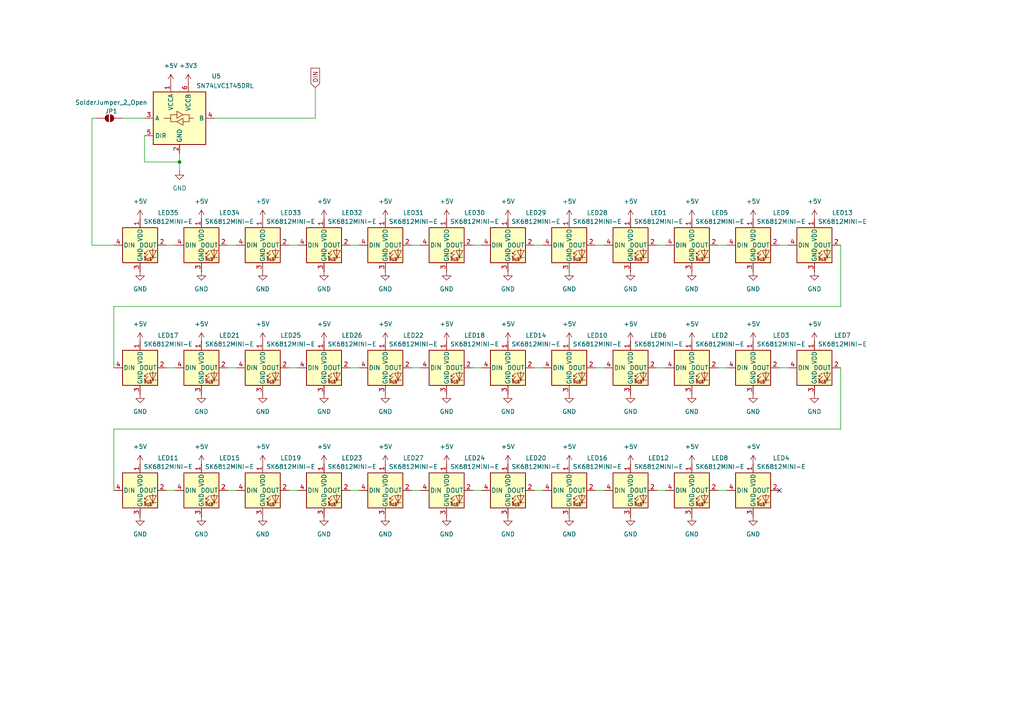
<source format=kicad_sch>
(kicad_sch (version 20231120) (generator "eeschema") (generator_version "8.0")
  (paper "A4")
  (lib_symbols
    (symbol "Jumper:SolderJumper_2_Open" (pin_numbers hide) (pin_names (offset 0) hide) (exclude_from_sim yes) (in_bom no)
      (property "Reference" "JP" (at 0 2.032 0))
      (property "Value" "SolderJumper_2_Open" (at 0 -2.54 0))
      (symbol "SolderJumper_2_Open_0_1"
        (arc (start -0.254 1.016) (mid -1.2656 0) (end -0.254 -1.016))
        (arc (start -0.254 1.016) (mid -1.2656 0) (end -0.254 -1.016) (fill (type outline)))
        (polyline (pts (xy -0.254 1.016) (xy -0.254 -1.016)))
        (polyline (pts (xy 0.254 1.016) (xy 0.254 -1.016)))
        (arc (start 0.254 -1.016) (mid 1.2656 0) (end 0.254 1.016))
        (arc (start 0.254 -1.016) (mid 1.2656 0) (end 0.254 1.016) (fill (type outline)))
      )
      (symbol "SolderJumper_2_Open_1_1"
        (pin passive line (at -3.81 0 0) (length 2.54) (name "A") (number "1"))
        (pin passive line (at 3.81 0 180) (length 2.54) (name "B") (number "2"))
      )
    )
    (symbol "Logic_LevelTranslator:SN74LVC1T45DRL"
      (property "Reference" "U" (at -6.35 8.89 0))
      (property "Value" "SN74LVC1T45DRL" (at 3.81 8.89 0))
      (symbol "SN74LVC1T45DRL_0_1"
        (rectangle (start -7.62 7.62) (end 7.62 -7.62) (stroke (width 0.254)) (fill (type background)))
        (polyline (pts (xy -2.54 0) (xy -2.54 1.016) (xy -0.762 1.016)))
        (polyline (pts (xy 2.794 0) (xy 2.794 -1.016) (xy 1.016 -1.016)))
        (polyline (pts (xy -0.762 -1.016) (xy -2.54 -1.016) (xy -2.54 0) (xy -4.572 0)))
        (polyline (pts (xy -0.762 0) (xy -0.762 2.032) (xy 1.016 1.016) (xy -0.762 0)))
        (polyline (pts (xy 1.016 1.016) (xy 2.794 1.016) (xy 2.794 0) (xy 4.064 0)))
        (polyline (pts (xy 1.016 0) (xy 1.016 -1.778) (xy 1.016 -2.032) (xy -0.762 -1.016) (xy 1.016 0)))
      )
      (symbol "SN74LVC1T45DRL_1_1"
        (pin power_in line (at -2.54 10.16 270) (length 2.54) (name "VCCA") (number "1"))
        (pin power_in line (at 0 -10.16 90) (length 2.54) (name "GND") (number "2"))
        (pin bidirectional line (at -10.16 0 0) (length 2.54) (name "A") (number "3"))
        (pin bidirectional line (at 10.16 0 180) (length 2.54) (name "B") (number "4"))
        (pin input line (at -10.16 -5.08 0) (length 2.54) (name "DIR") (number "5"))
        (pin power_in line (at 2.54 10.16 270) (length 2.54) (name "VCCB") (number "6"))
      )
    )
    (symbol "mzm_kicad:SK6812MINI-E" (pin_names (offset 0.254))
      (property "Reference" "D" (at 5.08 5.715 0))
      (property "Value" "SK6812MINI-E" (at 1.27 -5.715 0))
      (symbol "SK6812MINI-E_0_0"
        (text "RGB" (at 2.286 -4.191 0) (effects (font (size 0.762 0.762))))
      )
      (symbol "SK6812MINI-E_0_1"
        (rectangle (start -5.08 5.08) (end 5.08 -5.08) (stroke (width 0.254)) (fill (type background)))
        (polyline (pts (xy 1.27 -3.556) (xy 1.778 -3.556)))
        (polyline (pts (xy 1.27 -2.54) (xy 1.778 -2.54)))
        (polyline (pts (xy 4.699 -3.556) (xy 2.667 -3.556)))
        (polyline (pts (xy 2.286 -2.54) (xy 1.27 -3.556) (xy 1.27 -3.048)))
        (polyline (pts (xy 2.286 -1.524) (xy 1.27 -2.54) (xy 1.27 -2.032)))
        (polyline (pts (xy 3.683 -1.016) (xy 3.683 -3.556) (xy 3.683 -4.064)))
        (polyline (pts (xy 4.699 -1.524) (xy 2.667 -1.524) (xy 3.683 -3.556) (xy 4.699 -1.524)))
      )
      (symbol "SK6812MINI-E_1_1"
        (pin power_in line (at 0 7.62 270) (length 2.54) (name "VDD") (number "1"))
        (pin output line (at 7.62 0 180) (length 2.54) (name "DOUT") (number "2"))
        (pin power_in line (at 0 -7.62 90) (length 2.54) (name "GND") (number "3"))
        (pin input line (at -7.62 0 0) (length 2.54) (name "DIN") (number "4"))
      )
    )
    (symbol "power:+3V3" (power) (pin_numbers hide) (pin_names (offset 0) hide)
      (property "Value" "+3V3" (at 0 3.556 0))
      (symbol "+3V3_0_1"
        (polyline (pts (xy -0.762 1.27) (xy 0 2.54)))
        (polyline (pts (xy 0 0) (xy 0 2.54)))
        (polyline (pts (xy 0 2.54) (xy 0.762 1.27)))
      )
      (symbol "+3V3_1_1"
        (pin power_in line (at 0 0 90) (length 0) (name "~") (number "1"))
      )
    )
    (symbol "power:+5V" (power) (pin_numbers hide) (pin_names (offset 0) hide)
      (property "Value" "+5V" (at 0 3.556 0))
      (symbol "+5V_0_1"
        (polyline (pts (xy -0.762 1.27) (xy 0 2.54)))
        (polyline (pts (xy 0 0) (xy 0 2.54)))
        (polyline (pts (xy 0 2.54) (xy 0.762 1.27)))
      )
      (symbol "+5V_1_1"
        (pin power_in line (at 0 0 90) (length 0) (name "~") (number "1"))
      )
    )
    (symbol "power:GND" (power) (pin_numbers hide) (pin_names (offset 0) hide)
      (property "Value" "GND" (at 0 -3.81 0))
      (symbol "GND_0_1"
        (polyline (pts (xy 0 0) (xy 0 -1.27) (xy 1.27 -1.27) (xy 0 -2.54) (xy -1.27 -1.27) (xy 0 -1.27)))
      )
      (symbol "GND_1_1"
        (pin power_in line (at 0 0 270) (length 0) (name "~") (number "1"))
      )
    )
  )
  (junction (at 52.07 46.99))
  (no_connect (at 226.06 142.24))
  (wire (pts (xy 33.02 88.9) (xy 33.02 106.68)))
  (wire (pts (xy 48.26 106.68) (xy 50.8 106.68)))
  (wire (pts (xy 119.38 142.24) (xy 121.92 142.24)))
  (wire (pts (xy 48.26 142.24) (xy 50.8 142.24)))
  (wire (pts (xy 48.26 71.12) (xy 50.8 71.12)))
  (wire (pts (xy 66.04 71.12) (xy 68.58 71.12)))
  (wire (pts (xy 172.72 71.12) (xy 175.26 71.12)))
  (wire (pts (xy 154.94 71.12) (xy 157.48 71.12)))
  (wire (pts (xy 66.04 142.24) (xy 68.58 142.24)))
  (wire (pts (xy 137.16 142.24) (xy 139.7 142.24)))
  (wire (pts (xy 154.94 106.68) (xy 157.48 106.68)))
  (wire (pts (xy 172.72 142.24) (xy 175.26 142.24)))
  (wire (pts (xy 52.07 49.53) (xy 52.07 46.99)))
  (wire (pts (xy 137.16 71.12) (xy 139.7 71.12)))
  (wire (pts (xy 243.84 106.68) (xy 243.84 124.46)))
  (wire (pts (xy 41.91 34.29) (xy 35.56 34.29)))
  (wire (pts (xy 208.28 71.12) (xy 210.82 71.12)))
  (wire (pts (xy 91.44 25.4) (xy 91.44 34.29)))
  (wire (pts (xy 41.91 39.37) (xy 41.91 46.99)))
  (wire (pts (xy 208.28 106.68) (xy 210.82 106.68)))
  (wire (pts (xy 226.06 106.68) (xy 228.6 106.68)))
  (wire (pts (xy 27.94 34.29) (xy 26.67 34.29)))
  (wire (pts (xy 62.23 34.29) (xy 91.44 34.29)))
  (wire (pts (xy 101.6 71.12) (xy 104.14 71.12)))
  (wire (pts (xy 101.6 106.68) (xy 104.14 106.68)))
  (wire (pts (xy 172.72 106.68) (xy 175.26 106.68)))
  (wire (pts (xy 190.5 106.68) (xy 193.04 106.68)))
  (wire (pts (xy 119.38 71.12) (xy 121.92 71.12)))
  (wire (pts (xy 154.94 142.24) (xy 157.48 142.24)))
  (wire (pts (xy 190.5 71.12) (xy 193.04 71.12)))
  (wire (pts (xy 208.28 142.24) (xy 210.82 142.24)))
  (wire (pts (xy 26.67 71.12) (xy 33.02 71.12)))
  (wire (pts (xy 137.16 106.68) (xy 139.7 106.68)))
  (wire (pts (xy 66.04 106.68) (xy 68.58 106.68)))
  (wire (pts (xy 83.82 106.68) (xy 86.36 106.68)))
  (wire (pts (xy 52.07 46.99) (xy 52.07 44.45)))
  (wire (pts (xy 119.38 106.68) (xy 121.92 106.68)))
  (wire (pts (xy 83.82 71.12) (xy 86.36 71.12)))
  (wire (pts (xy 33.02 124.46) (xy 33.02 142.24)))
  (wire (pts (xy 243.84 71.12) (xy 243.84 88.9)))
  (wire (pts (xy 243.84 124.46) (xy 33.02 124.46)))
  (wire (pts (xy 83.82 142.24) (xy 86.36 142.24)))
  (wire (pts (xy 26.67 34.29) (xy 26.67 71.12)))
  (wire (pts (xy 226.06 71.12) (xy 228.6 71.12)))
  (wire (pts (xy 101.6 142.24) (xy 104.14 142.24)))
  (wire (pts (xy 243.84 88.9) (xy 33.02 88.9)))
  (wire (pts (xy 41.91 46.99) (xy 52.07 46.99)))
  (wire (pts (xy 190.5 142.24) (xy 193.04 142.24)))
  (global_label "DIN" (shape input) (at 91.44 25.4 90) (property "Intersheetrefs" "${INTERSHEET_REFS}" (effects (hide yes))))
  (symbol (lib_id "power:+5V") (at 129.54 134.62 0) (unit 1)
    (property "Reference" "#PWR070" (effects (hide yes)))
    (property "Value" "+5V" (at 129.54 129.54 0))
    (property "Description" "Power symbol creates a global label with name \"+5V\"" (effects (hide yes)))
  )
  (symbol (lib_id "power:GND") (at 76.2 78.74 0) (unit 1)
    (property "Reference" "#PWR089" (effects (hide yes)))
    (property "Value" "GND" (at 76.2 83.82 0))
    (property "Description" "Power symbol creates a global label with name \"GND\" , ground" (effects (hide yes)))
  )
  (symbol (lib_id "power:GND") (at 218.44 78.74 0) (unit 1)
    (property "Reference" "#PWR041" (effects (hide yes)))
    (property "Value" "GND" (at 218.44 83.82 0))
    (property "Description" "Power symbol creates a global label with name \"GND\" , ground" (effects (hide yes)))
  )
  (symbol (lib_id "power:GND") (at 40.64 149.86 0) (unit 1)
    (property "Reference" "#PWR045" (effects (hide yes)))
    (property "Value" "GND" (at 40.64 154.94 0))
    (property "Description" "Power symbol creates a global label with name \"GND\" , ground" (effects (hide yes)))
  )
  (symbol (lib_id "power:+5V") (at 200.66 99.06 0) (unit 1)
    (property "Reference" "#PWR026" (effects (hide yes)))
    (property "Value" "+5V" (at 200.66 93.98 0))
    (property "Description" "Power symbol creates a global label with name \"+5V\"" (effects (hide yes)))
  )
  (symbol (lib_id "mzm_kicad:SK6812MINI-E") (at 236.22 106.68 0) (unit 1)
    (property "Reference" "LED7" (at 244.348 97.282 0))
    (property "Value" "SK6812MINI-E" (at 244.348 99.822 0))
    (property "Footprint" "mzm_misc:SK6812-MINI-E_Reversible" (effects (hide yes)))
    (property "Datasheet" "https://shop.yushakobo.jp/products/sk6812mini-e-10" (effects (hide yes)))
    (property "Description" "RGB LED with integrated controller" (effects (hide yes)))
    (property "LCSC" "C5149201" (effects (hide yes)))
  )
  (symbol (lib_id "power:+5V") (at 182.88 134.62 0) (unit 1)
    (property "Reference" "#PWR046" (effects (hide yes)))
    (property "Value" "+5V" (at 182.88 129.54 0))
    (property "Description" "Power symbol creates a global label with name \"+5V\"" (effects (hide yes)))
  )
  (symbol (lib_id "mzm_kicad:SK6812MINI-E") (at 147.32 142.24 0) (unit 1)
    (property "Reference" "LED20" (at 155.448 132.842 0))
    (property "Value" "SK6812MINI-E" (at 155.448 135.382 0))
    (property "Footprint" "mzm_misc:SK6812-MINI-E_Reversible" (effects (hide yes)))
    (property "Datasheet" "https://shop.yushakobo.jp/products/sk6812mini-e-10" (effects (hide yes)))
    (property "Description" "RGB LED with integrated controller" (effects (hide yes)))
    (property "LCSC" "C5149201" (effects (hide yes)))
  )
  (symbol (lib_id "Logic_LevelTranslator:SN74LVC1T45DRL") (at 52.07 34.29 0) (unit 1)
    (property "Reference" "U5" (at 62.738 22.098 0))
    (property "Value" "SN74LVC1T45DRL" (at 65.278 24.892 0))
    (property "Footprint" "mzm_LCSC:SOT-563_SN74LVC1T45DRLR" (effects (hide yes)))
    (property "Datasheet" "http://www.ti.com/lit/ds/symlink/sn74lvc1t45.pdf" (effects (hide yes)))
    (property "Description" "Single-Bit Dual-Supply Bus Transceiver With Configurable Voltage Translation and 3-State Outputs, SOT-563" (effects (hide yes)))
    (property "LCSC" "C352970" (effects (hide yes)))
  )
  (symbol (lib_id "power:+5V") (at 40.64 134.62 0) (unit 1)
    (property "Reference" "#PWR044" (effects (hide yes)))
    (property "Value" "+5V" (at 40.64 129.54 0))
    (property "Description" "Power symbol creates a global label with name \"+5V\"" (effects (hide yes)))
  )
  (symbol (lib_id "power:GND") (at 111.76 78.74 0) (unit 1)
    (property "Reference" "#PWR085" (effects (hide yes)))
    (property "Value" "GND" (at 111.76 83.82 0))
    (property "Description" "Power symbol creates a global label with name \"GND\" , ground" (effects (hide yes)))
  )
  (symbol (lib_id "Jumper:SolderJumper_2_Open") (at 31.75 34.29 180) (unit 1) (exclude_from_sim yes) (in_bom no)
    (property "Reference" "JP1" (at 32.258 32.258 0))
    (property "Value" "SolderJumper_2_Open" (at 32.258 29.718 0))
    (property "Footprint" "Jumper:SolderJumper-2_P1.3mm_Open_RoundedPad1.0x1.5mm" (effects (hide yes)))
    (property "Description" "Solder Jumper, 2-pole, open" (effects (hide yes)))
  )
  (symbol (lib_id "power:GND") (at 129.54 149.86 0) (unit 1)
    (property "Reference" "#PWR071" (effects (hide yes)))
    (property "Value" "GND" (at 129.54 154.94 0))
    (property "Description" "Power symbol creates a global label with name \"GND\" , ground" (effects (hide yes)))
  )
  (symbol (lib_id "power:GND") (at 93.98 114.3 0) (unit 1)
    (property "Reference" "#PWR075" (effects (hide yes)))
    (property "Value" "GND" (at 93.98 119.38 0))
    (property "Description" "Power symbol creates a global label with name \"GND\" , ground" (effects (hide yes)))
  )
  (symbol (lib_id "power:GND") (at 76.2 149.86 0) (unit 1)
    (property "Reference" "#PWR061" (effects (hide yes)))
    (property "Value" "GND" (at 76.2 154.94 0))
    (property "Description" "Power symbol creates a global label with name \"GND\" , ground" (effects (hide yes)))
  )
  (symbol (lib_id "mzm_kicad:SK6812MINI-E") (at 76.2 71.12 0) (unit 1)
    (property "Reference" "LED33" (at 84.328 61.722 0))
    (property "Value" "SK6812MINI-E" (at 84.328 64.262 0))
    (property "Footprint" "mzm_misc:SK6812-MINI-E_Reversible" (effects (hide yes)))
    (property "Datasheet" "https://shop.yushakobo.jp/products/sk6812mini-e-10" (effects (hide yes)))
    (property "Description" "RGB LED with integrated controller" (effects (hide yes)))
    (property "LCSC" "C5149201" (effects (hide yes)))
  )
  (symbol (lib_id "mzm_kicad:SK6812MINI-E") (at 200.66 106.68 0) (unit 1)
    (property "Reference" "LED2" (at 208.788 97.282 0))
    (property "Value" "SK6812MINI-E" (at 208.788 99.822 0))
    (property "Footprint" "mzm_misc:SK6812-MINI-E_Reversible" (effects (hide yes)))
    (property "Datasheet" "https://shop.yushakobo.jp/products/sk6812mini-e-10" (effects (hide yes)))
    (property "Description" "RGB LED with integrated controller" (effects (hide yes)))
    (property "LCSC" "C5149201" (effects (hide yes)))
  )
  (symbol (lib_id "power:GND") (at 182.88 149.86 0) (unit 1)
    (property "Reference" "#PWR047" (effects (hide yes)))
    (property "Value" "GND" (at 182.88 154.94 0))
    (property "Description" "Power symbol creates a global label with name \"GND\" , ground" (effects (hide yes)))
  )
  (symbol (lib_id "mzm_kicad:SK6812MINI-E") (at 182.88 142.24 0) (unit 1)
    (property "Reference" "LED12" (at 191.008 132.842 0))
    (property "Value" "SK6812MINI-E" (at 191.008 135.382 0))
    (property "Footprint" "mzm_misc:SK6812-MINI-E_Reversible" (effects (hide yes)))
    (property "Datasheet" "https://shop.yushakobo.jp/products/sk6812mini-e-10" (effects (hide yes)))
    (property "Description" "RGB LED with integrated controller" (effects (hide yes)))
    (property "LCSC" "C5149201" (effects (hide yes)))
  )
  (symbol (lib_id "power:+5V") (at 93.98 134.62 0) (unit 1)
    (property "Reference" "#PWR068" (effects (hide yes)))
    (property "Value" "+5V" (at 93.98 129.54 0))
    (property "Description" "Power symbol creates a global label with name \"+5V\"" (effects (hide yes)))
  )
  (symbol (lib_id "power:+3V3") (at 54.61 24.13 0) (unit 1)
    (property "Reference" "#PWR097" (effects (hide yes)))
    (property "Value" "+3V3" (at 54.61 19.05 0))
    (property "Description" "Power symbol creates a global label with name \"+3V3\"" (effects (hide yes)))
  )
  (symbol (lib_id "power:+5V") (at 165.1 99.06 0) (unit 1)
    (property "Reference" "#PWR042" (effects (hide yes)))
    (property "Value" "+5V" (at 165.1 93.98 0))
    (property "Description" "Power symbol creates a global label with name \"+5V\"" (effects (hide yes)))
  )
  (symbol (lib_id "mzm_kicad:SK6812MINI-E") (at 58.42 106.68 0) (unit 1)
    (property "Reference" "LED21" (at 66.548 97.282 0))
    (property "Value" "SK6812MINI-E" (at 66.548 99.822 0))
    (property "Footprint" "mzm_misc:SK6812-MINI-E_Reversible" (effects (hide yes)))
    (property "Datasheet" "https://shop.yushakobo.jp/products/sk6812mini-e-10" (effects (hide yes)))
    (property "Description" "RGB LED with integrated controller" (effects (hide yes)))
    (property "LCSC" "C5149201" (effects (hide yes)))
  )
  (symbol (lib_id "power:GND") (at 129.54 114.3 0) (unit 1)
    (property "Reference" "#PWR059" (effects (hide yes)))
    (property "Value" "GND" (at 129.54 119.38 0))
    (property "Description" "Power symbol creates a global label with name \"GND\" , ground" (effects (hide yes)))
  )
  (symbol (lib_id "power:+5V") (at 182.88 63.5 0) (unit 1)
    (property "Reference" "#PWR025" (effects (hide yes)))
    (property "Value" "+5V" (at 182.88 58.42 0))
    (property "Description" "Power symbol creates a global label with name \"+5V\"" (effects (hide yes)))
  )
  (symbol (lib_id "power:+5V") (at 129.54 63.5 0) (unit 1)
    (property "Reference" "#PWR082" (effects (hide yes)))
    (property "Value" "+5V" (at 129.54 58.42 0))
    (property "Description" "Power symbol creates a global label with name \"+5V\"" (effects (hide yes)))
  )
  (symbol (lib_id "power:GND") (at 147.32 114.3 0) (unit 1)
    (property "Reference" "#PWR051" (effects (hide yes)))
    (property "Value" "GND" (at 147.32 119.38 0))
    (property "Description" "Power symbol creates a global label with name \"GND\" , ground" (effects (hide yes)))
  )
  (symbol (lib_id "power:+5V") (at 58.42 63.5 0) (unit 1)
    (property "Reference" "#PWR090" (effects (hide yes)))
    (property "Value" "+5V" (at 58.42 58.42 0))
    (property "Description" "Power symbol creates a global label with name \"+5V\"" (effects (hide yes)))
  )
  (symbol (lib_id "power:GND") (at 58.42 78.74 0) (unit 1)
    (property "Reference" "#PWR091" (effects (hide yes)))
    (property "Value" "GND" (at 58.42 83.82 0))
    (property "Description" "Power symbol creates a global label with name \"GND\" , ground" (effects (hide yes)))
  )
  (symbol (lib_id "power:+5V") (at 111.76 99.06 0) (unit 1)
    (property "Reference" "#PWR066" (effects (hide yes)))
    (property "Value" "+5V" (at 111.76 93.98 0))
    (property "Description" "Power symbol creates a global label with name \"+5V\"" (effects (hide yes)))
  )
  (symbol (lib_id "power:+5V") (at 129.54 99.06 0) (unit 1)
    (property "Reference" "#PWR058" (effects (hide yes)))
    (property "Value" "+5V" (at 129.54 93.98 0))
    (property "Description" "Power symbol creates a global label with name \"+5V\"" (effects (hide yes)))
  )
  (symbol (lib_id "mzm_kicad:SK6812MINI-E") (at 76.2 106.68 0) (unit 1)
    (property "Reference" "LED25" (at 84.328 97.282 0))
    (property "Value" "SK6812MINI-E" (at 84.328 99.822 0))
    (property "Footprint" "mzm_misc:SK6812-MINI-E_Reversible" (effects (hide yes)))
    (property "Datasheet" "https://shop.yushakobo.jp/products/sk6812mini-e-10" (effects (hide yes)))
    (property "Description" "RGB LED with integrated controller" (effects (hide yes)))
    (property "LCSC" "C5149201" (effects (hide yes)))
  )
  (symbol (lib_id "mzm_kicad:SK6812MINI-E") (at 40.64 142.24 0) (unit 1)
    (property "Reference" "LED11" (at 48.768 132.842 0))
    (property "Value" "SK6812MINI-E" (at 48.768 135.382 0))
    (property "Footprint" "mzm_misc:SK6812-MINI-E_Reversible" (effects (hide yes)))
    (property "Datasheet" "https://shop.yushakobo.jp/products/sk6812mini-e-10" (effects (hide yes)))
    (property "Description" "RGB LED with integrated controller" (effects (hide yes)))
    (property "LCSC" "C5149201" (effects (hide yes)))
  )
  (symbol (lib_id "mzm_kicad:SK6812MINI-E") (at 182.88 71.12 0) (unit 1)
    (property "Reference" "LED1" (at 191.008 61.722 0))
    (property "Value" "SK6812MINI-E" (at 191.008 64.262 0))
    (property "Footprint" "mzm_misc:SK6812-MINI-E_Reversible" (effects (hide yes)))
    (property "Datasheet" "https://shop.yushakobo.jp/products/sk6812mini-e-10" (effects (hide yes)))
    (property "Description" "RGB LED with integrated controller" (effects (hide yes)))
    (property "LCSC" "C5149201" (effects (hide yes)))
  )
  (symbol (lib_id "mzm_kicad:SK6812MINI-E") (at 58.42 142.24 0) (unit 1)
    (property "Reference" "LED15" (at 66.548 132.842 0))
    (property "Value" "SK6812MINI-E" (at 66.548 135.382 0))
    (property "Footprint" "mzm_misc:SK6812-MINI-E_Reversible" (effects (hide yes)))
    (property "Datasheet" "https://shop.yushakobo.jp/products/sk6812mini-e-10" (effects (hide yes)))
    (property "Description" "RGB LED with integrated controller" (effects (hide yes)))
    (property "LCSC" "C5149201" (effects (hide yes)))
  )
  (symbol (lib_id "power:+5V") (at 147.32 63.5 0) (unit 1)
    (property "Reference" "#PWR080" (effects (hide yes)))
    (property "Value" "+5V" (at 147.32 58.42 0))
    (property "Description" "Power symbol creates a global label with name \"+5V\"" (effects (hide yes)))
  )
  (symbol (lib_id "power:+5V") (at 236.22 63.5 0) (unit 1)
    (property "Reference" "#PWR048" (effects (hide yes)))
    (property "Value" "+5V" (at 236.22 58.42 0))
    (property "Description" "Power symbol creates a global label with name \"+5V\"" (effects (hide yes)))
  )
  (symbol (lib_id "power:+5V") (at 111.76 63.5 0) (unit 1)
    (property "Reference" "#PWR084" (effects (hide yes)))
    (property "Value" "+5V" (at 111.76 58.42 0))
    (property "Description" "Power symbol creates a global label with name \"+5V\"" (effects (hide yes)))
  )
  (symbol (lib_id "mzm_kicad:SK6812MINI-E") (at 218.44 71.12 0) (unit 1)
    (property "Reference" "LED9" (at 226.568 61.722 0))
    (property "Value" "SK6812MINI-E" (at 226.568 64.262 0))
    (property "Footprint" "mzm_misc:SK6812-MINI-E_Reversible" (effects (hide yes)))
    (property "Datasheet" "https://shop.yushakobo.jp/products/sk6812mini-e-10" (effects (hide yes)))
    (property "Description" "RGB LED with integrated controller" (effects (hide yes)))
    (property "LCSC" "C5149201" (effects (hide yes)))
  )
  (symbol (lib_id "power:+5V") (at 200.66 63.5 0) (unit 1)
    (property "Reference" "#PWR032" (effects (hide yes)))
    (property "Value" "+5V" (at 200.66 58.42 0))
    (property "Description" "Power symbol creates a global label with name \"+5V\"" (effects (hide yes)))
  )
  (symbol (lib_id "power:+5V") (at 218.44 134.62 0) (unit 1)
    (property "Reference" "#PWR030" (effects (hide yes)))
    (property "Value" "+5V" (at 218.44 129.54 0))
    (property "Description" "Power symbol creates a global label with name \"+5V\"" (effects (hide yes)))
  )
  (symbol (lib_id "power:+5V") (at 93.98 99.06 0) (unit 1)
    (property "Reference" "#PWR074" (effects (hide yes)))
    (property "Value" "+5V" (at 93.98 93.98 0))
    (property "Description" "Power symbol creates a global label with name \"+5V\"" (effects (hide yes)))
  )
  (symbol (lib_id "power:+5V") (at 111.76 134.62 0) (unit 1)
    (property "Reference" "#PWR076" (effects (hide yes)))
    (property "Value" "+5V" (at 111.76 129.54 0))
    (property "Description" "Power symbol creates a global label with name \"+5V\"" (effects (hide yes)))
  )
  (symbol (lib_id "mzm_kicad:SK6812MINI-E") (at 165.1 71.12 0) (unit 1)
    (property "Reference" "LED28" (at 173.228 61.722 0))
    (property "Value" "SK6812MINI-E" (at 173.228 64.262 0))
    (property "Footprint" "mzm_misc:SK6812-MINI-E_Reversible" (effects (hide yes)))
    (property "Datasheet" "https://shop.yushakobo.jp/products/sk6812mini-e-10" (effects (hide yes)))
    (property "Description" "RGB LED with integrated controller" (effects (hide yes)))
    (property "LCSC" "C5149201" (effects (hide yes)))
  )
  (symbol (lib_id "power:+5V") (at 93.98 63.5 0) (unit 1)
    (property "Reference" "#PWR086" (effects (hide yes)))
    (property "Value" "+5V" (at 93.98 58.42 0))
    (property "Description" "Power symbol creates a global label with name \"+5V\"" (effects (hide yes)))
  )
  (symbol (lib_id "power:+5V") (at 165.1 134.62 0) (unit 1)
    (property "Reference" "#PWR054" (effects (hide yes)))
    (property "Value" "+5V" (at 165.1 129.54 0))
    (property "Description" "Power symbol creates a global label with name \"+5V\"" (effects (hide yes)))
  )
  (symbol (lib_id "mzm_kicad:SK6812MINI-E") (at 182.88 106.68 0) (unit 1)
    (property "Reference" "LED6" (at 191.008 97.282 0))
    (property "Value" "SK6812MINI-E" (at 191.008 99.822 0))
    (property "Footprint" "mzm_misc:SK6812-MINI-E_Reversible" (effects (hide yes)))
    (property "Datasheet" "https://shop.yushakobo.jp/products/sk6812mini-e-10" (effects (hide yes)))
    (property "Description" "RGB LED with integrated controller" (effects (hide yes)))
    (property "LCSC" "C5149201" (effects (hide yes)))
  )
  (symbol (lib_id "power:GND") (at 93.98 78.74 0) (unit 1)
    (property "Reference" "#PWR087" (effects (hide yes)))
    (property "Value" "GND" (at 93.98 83.82 0))
    (property "Description" "Power symbol creates a global label with name \"GND\" , ground" (effects (hide yes)))
  )
  (symbol (lib_id "power:GND") (at 165.1 78.74 0) (unit 1)
    (property "Reference" "#PWR079" (effects (hide yes)))
    (property "Value" "GND" (at 165.1 83.82 0))
    (property "Description" "Power symbol creates a global label with name \"GND\" , ground" (effects (hide yes)))
  )
  (symbol (lib_id "power:GND") (at 236.22 78.74 0) (unit 1)
    (property "Reference" "#PWR049" (effects (hide yes)))
    (property "Value" "GND" (at 236.22 83.82 0))
    (property "Description" "Power symbol creates a global label with name \"GND\" , ground" (effects (hide yes)))
  )
  (symbol (lib_id "power:GND") (at 165.1 149.86 0) (unit 1)
    (property "Reference" "#PWR055" (effects (hide yes)))
    (property "Value" "GND" (at 165.1 154.94 0))
    (property "Description" "Power symbol creates a global label with name \"GND\" , ground" (effects (hide yes)))
  )
  (symbol (lib_id "power:GND") (at 218.44 114.3 0) (unit 1)
    (property "Reference" "#PWR029" (effects (hide yes)))
    (property "Value" "GND" (at 218.44 119.38 0))
    (property "Description" "Power symbol creates a global label with name \"GND\" , ground" (effects (hide yes)))
  )
  (symbol (lib_id "mzm_kicad:SK6812MINI-E") (at 40.64 106.68 0) (unit 1)
    (property "Reference" "LED17" (at 48.768 97.282 0))
    (property "Value" "SK6812MINI-E" (at 48.768 99.822 0))
    (property "Footprint" "mzm_misc:SK6812-MINI-E_Reversible" (effects (hide yes)))
    (property "Datasheet" "https://shop.yushakobo.jp/products/sk6812mini-e-10" (effects (hide yes)))
    (property "Description" "RGB LED with integrated controller" (effects (hide yes)))
    (property "LCSC" "C5149201" (effects (hide yes)))
  )
  (symbol (lib_id "power:+5V") (at 236.22 99.06 0) (unit 1)
    (property "Reference" "#PWR036" (effects (hide yes)))
    (property "Value" "+5V" (at 236.22 93.98 0))
    (property "Description" "Power symbol creates a global label with name \"+5V\"" (effects (hide yes)))
  )
  (symbol (lib_id "power:GND") (at 165.1 114.3 0) (unit 1)
    (property "Reference" "#PWR043" (effects (hide yes)))
    (property "Value" "GND" (at 165.1 119.38 0))
    (property "Description" "Power symbol creates a global label with name \"GND\" , ground" (effects (hide yes)))
  )
  (symbol (lib_id "mzm_kicad:SK6812MINI-E") (at 236.22 71.12 0) (unit 1)
    (property "Reference" "LED13" (at 244.348 61.722 0))
    (property "Value" "SK6812MINI-E" (at 244.348 64.262 0))
    (property "Footprint" "mzm_misc:SK6812-MINI-E_Reversible" (effects (hide yes)))
    (property "Datasheet" "https://shop.yushakobo.jp/products/sk6812mini-e-10" (effects (hide yes)))
    (property "Description" "RGB LED with integrated controller" (effects (hide yes)))
    (property "LCSC" "C5149201" (effects (hide yes)))
  )
  (symbol (lib_id "mzm_kicad:SK6812MINI-E") (at 129.54 71.12 0) (unit 1)
    (property "Reference" "LED30" (at 137.668 61.722 0))
    (property "Value" "SK6812MINI-E" (at 137.668 64.262 0))
    (property "Footprint" "mzm_misc:SK6812-MINI-E_Reversible" (effects (hide yes)))
    (property "Datasheet" "https://shop.yushakobo.jp/products/sk6812mini-e-10" (effects (hide yes)))
    (property "Description" "RGB LED with integrated controller" (effects (hide yes)))
    (property "LCSC" "C5149201" (effects (hide yes)))
  )
  (symbol (lib_id "power:+5V") (at 40.64 63.5 0) (unit 1)
    (property "Reference" "#PWR092" (effects (hide yes)))
    (property "Value" "+5V" (at 40.64 58.42 0))
    (property "Description" "Power symbol creates a global label with name \"+5V\"" (effects (hide yes)))
  )
  (symbol (lib_id "power:GND") (at 200.66 114.3 0) (unit 1)
    (property "Reference" "#PWR027" (effects (hide yes)))
    (property "Value" "GND" (at 200.66 119.38 0))
    (property "Description" "Power symbol creates a global label with name \"GND\" , ground" (effects (hide yes)))
  )
  (symbol (lib_id "power:GND") (at 218.44 149.86 0) (unit 1)
    (property "Reference" "#PWR031" (effects (hide yes)))
    (property "Value" "GND" (at 218.44 154.94 0))
    (property "Description" "Power symbol creates a global label with name \"GND\" , ground" (effects (hide yes)))
  )
  (symbol (lib_id "power:+5V") (at 40.64 99.06 0) (unit 1)
    (property "Reference" "#PWR056" (effects (hide yes)))
    (property "Value" "+5V" (at 40.64 93.98 0))
    (property "Description" "Power symbol creates a global label with name \"+5V\"" (effects (hide yes)))
  )
  (symbol (lib_id "mzm_kicad:SK6812MINI-E") (at 58.42 71.12 0) (unit 1)
    (property "Reference" "LED34" (at 66.548 61.722 0))
    (property "Value" "SK6812MINI-E" (at 66.548 64.262 0))
    (property "Footprint" "mzm_misc:SK6812-MINI-E_Reversible" (effects (hide yes)))
    (property "Datasheet" "https://shop.yushakobo.jp/products/sk6812mini-e-10" (effects (hide yes)))
    (property "Description" "RGB LED with integrated controller" (effects (hide yes)))
    (property "LCSC" "C5149201" (effects (hide yes)))
  )
  (symbol (lib_id "power:+5V") (at 76.2 99.06 0) (unit 1)
    (property "Reference" "#PWR072" (effects (hide yes)))
    (property "Value" "+5V" (at 76.2 93.98 0))
    (property "Description" "Power symbol creates a global label with name \"+5V\"" (effects (hide yes)))
  )
  (symbol (lib_id "mzm_kicad:SK6812MINI-E") (at 111.76 106.68 0) (unit 1)
    (property "Reference" "LED22" (at 119.888 97.282 0))
    (property "Value" "SK6812MINI-E" (at 119.888 99.822 0))
    (property "Footprint" "mzm_misc:SK6812-MINI-E_Reversible" (effects (hide yes)))
    (property "Datasheet" "https://shop.yushakobo.jp/products/sk6812mini-e-10" (effects (hide yes)))
    (property "Description" "RGB LED with integrated controller" (effects (hide yes)))
    (property "LCSC" "C5149201" (effects (hide yes)))
  )
  (symbol (lib_id "power:GND") (at 58.42 149.86 0) (unit 1)
    (property "Reference" "#PWR053" (effects (hide yes)))
    (property "Value" "GND" (at 58.42 154.94 0))
    (property "Description" "Power symbol creates a global label with name \"GND\" , ground" (effects (hide yes)))
  )
  (symbol (lib_id "mzm_kicad:SK6812MINI-E") (at 165.1 142.24 0) (unit 1)
    (property "Reference" "LED16" (at 173.228 132.842 0))
    (property "Value" "SK6812MINI-E" (at 173.228 135.382 0))
    (property "Footprint" "mzm_misc:SK6812-MINI-E_Reversible" (effects (hide yes)))
    (property "Datasheet" "https://shop.yushakobo.jp/products/sk6812mini-e-10" (effects (hide yes)))
    (property "Description" "RGB LED with integrated controller" (effects (hide yes)))
    (property "LCSC" "C5149201" (effects (hide yes)))
  )
  (symbol (lib_id "power:GND") (at 111.76 114.3 0) (unit 1)
    (property "Reference" "#PWR067" (effects (hide yes)))
    (property "Value" "GND" (at 111.76 119.38 0))
    (property "Description" "Power symbol creates a global label with name \"GND\" , ground" (effects (hide yes)))
  )
  (symbol (lib_id "power:+5V") (at 165.1 63.5 0) (unit 1)
    (property "Reference" "#PWR078" (effects (hide yes)))
    (property "Value" "+5V" (at 165.1 58.42 0))
    (property "Description" "Power symbol creates a global label with name \"+5V\"" (effects (hide yes)))
  )
  (symbol (lib_id "power:GND") (at 200.66 149.86 0) (unit 1)
    (property "Reference" "#PWR039" (effects (hide yes)))
    (property "Value" "GND" (at 200.66 154.94 0))
    (property "Description" "Power symbol creates a global label with name \"GND\" , ground" (effects (hide yes)))
  )
  (symbol (lib_id "power:GND") (at 147.32 149.86 0) (unit 1)
    (property "Reference" "#PWR063" (effects (hide yes)))
    (property "Value" "GND" (at 147.32 154.94 0))
    (property "Description" "Power symbol creates a global label with name \"GND\" , ground" (effects (hide yes)))
  )
  (symbol (lib_id "mzm_kicad:SK6812MINI-E") (at 93.98 142.24 0) (unit 1)
    (property "Reference" "LED23" (at 102.108 132.842 0))
    (property "Value" "SK6812MINI-E" (at 102.108 135.382 0))
    (property "Footprint" "mzm_misc:SK6812-MINI-E_Reversible" (effects (hide yes)))
    (property "Datasheet" "https://shop.yushakobo.jp/products/sk6812mini-e-10" (effects (hide yes)))
    (property "Description" "RGB LED with integrated controller" (effects (hide yes)))
    (property "LCSC" "C5149201" (effects (hide yes)))
  )
  (symbol (lib_id "power:GND") (at 40.64 114.3 0) (unit 1)
    (property "Reference" "#PWR057" (effects (hide yes)))
    (property "Value" "GND" (at 40.64 119.38 0))
    (property "Description" "Power symbol creates a global label with name \"GND\" , ground" (effects (hide yes)))
  )
  (symbol (lib_id "power:+5V") (at 218.44 99.06 0) (unit 1)
    (property "Reference" "#PWR028" (effects (hide yes)))
    (property "Value" "+5V" (at 218.44 93.98 0))
    (property "Description" "Power symbol creates a global label with name \"+5V\"" (effects (hide yes)))
  )
  (symbol (lib_id "power:GND") (at 111.76 149.86 0) (unit 1)
    (property "Reference" "#PWR077" (effects (hide yes)))
    (property "Value" "GND" (at 111.76 154.94 0))
    (property "Description" "Power symbol creates a global label with name \"GND\" , ground" (effects (hide yes)))
  )
  (symbol (lib_id "power:+5V") (at 49.53 24.13 0) (unit 1)
    (property "Reference" "#PWR096" (effects (hide yes)))
    (property "Value" "+5V" (at 49.53 19.05 0))
    (property "Description" "Power symbol creates a global label with name \"+5V\"" (effects (hide yes)))
  )
  (symbol (lib_id "mzm_kicad:SK6812MINI-E") (at 147.32 106.68 0) (unit 1)
    (property "Reference" "LED14" (at 155.448 97.282 0))
    (property "Value" "SK6812MINI-E" (at 155.448 99.822 0))
    (property "Footprint" "mzm_misc:SK6812-MINI-E_Reversible" (effects (hide yes)))
    (property "Datasheet" "https://shop.yushakobo.jp/products/sk6812mini-e-10" (effects (hide yes)))
    (property "Description" "RGB LED with integrated controller" (effects (hide yes)))
    (property "LCSC" "C5149201" (effects (hide yes)))
  )
  (symbol (lib_id "power:GND") (at 182.88 114.3 0) (unit 1)
    (property "Reference" "#PWR035" (effects (hide yes)))
    (property "Value" "GND" (at 182.88 119.38 0))
    (property "Description" "Power symbol creates a global label with name \"GND\" , ground" (effects (hide yes)))
  )
  (symbol (lib_id "power:+5V") (at 182.88 99.06 0) (unit 1)
    (property "Reference" "#PWR034" (effects (hide yes)))
    (property "Value" "+5V" (at 182.88 93.98 0))
    (property "Description" "Power symbol creates a global label with name \"+5V\"" (effects (hide yes)))
  )
  (symbol (lib_id "power:GND") (at 236.22 114.3 0) (unit 1)
    (property "Reference" "#PWR037" (effects (hide yes)))
    (property "Value" "GND" (at 236.22 119.38 0))
    (property "Description" "Power symbol creates a global label with name \"GND\" , ground" (effects (hide yes)))
  )
  (symbol (lib_id "power:GND") (at 147.32 78.74 0) (unit 1)
    (property "Reference" "#PWR081" (effects (hide yes)))
    (property "Value" "GND" (at 147.32 83.82 0))
    (property "Description" "Power symbol creates a global label with name \"GND\" , ground" (effects (hide yes)))
  )
  (symbol (lib_id "power:GND") (at 52.07 49.53 0) (unit 1)
    (property "Reference" "#PWR098" (effects (hide yes)))
    (property "Value" "GND" (at 52.07 54.61 0))
    (property "Description" "Power symbol creates a global label with name \"GND\" , ground" (effects (hide yes)))
  )
  (symbol (lib_id "power:GND") (at 182.88 78.74 0) (unit 1)
    (property "Reference" "#PWR024" (effects (hide yes)))
    (property "Value" "GND" (at 182.88 83.82 0))
    (property "Description" "Power symbol creates a global label with name \"GND\" , ground" (effects (hide yes)))
  )
  (symbol (lib_id "power:GND") (at 76.2 114.3 0) (unit 1)
    (property "Reference" "#PWR073" (effects (hide yes)))
    (property "Value" "GND" (at 76.2 119.38 0))
    (property "Description" "Power symbol creates a global label with name \"GND\" , ground" (effects (hide yes)))
  )
  (symbol (lib_id "power:GND") (at 40.64 78.74 0) (unit 1)
    (property "Reference" "#PWR093" (effects (hide yes)))
    (property "Value" "GND" (at 40.64 83.82 0))
    (property "Description" "Power symbol creates a global label with name \"GND\" , ground" (effects (hide yes)))
  )
  (symbol (lib_id "mzm_kicad:SK6812MINI-E") (at 76.2 142.24 0) (unit 1)
    (property "Reference" "LED19" (at 84.328 132.842 0))
    (property "Value" "SK6812MINI-E" (at 84.328 135.382 0))
    (property "Footprint" "mzm_misc:SK6812-MINI-E_Reversible" (effects (hide yes)))
    (property "Datasheet" "https://shop.yushakobo.jp/products/sk6812mini-e-10" (effects (hide yes)))
    (property "Description" "RGB LED with integrated controller" (effects (hide yes)))
    (property "LCSC" "C5149201" (effects (hide yes)))
  )
  (symbol (lib_id "mzm_kicad:SK6812MINI-E") (at 200.66 142.24 0) (unit 1)
    (property "Reference" "LED8" (at 208.788 132.842 0))
    (property "Value" "SK6812MINI-E" (at 208.788 135.382 0))
    (property "Footprint" "mzm_misc:SK6812-MINI-E_Reversible" (effects (hide yes)))
    (property "Datasheet" "https://shop.yushakobo.jp/products/sk6812mini-e-10" (effects (hide yes)))
    (property "Description" "RGB LED with integrated controller" (effects (hide yes)))
    (property "LCSC" "C5149201" (effects (hide yes)))
  )
  (symbol (lib_id "mzm_kicad:SK6812MINI-E") (at 218.44 106.68 0) (unit 1)
    (property "Reference" "LED3" (at 226.568 97.282 0))
    (property "Value" "SK6812MINI-E" (at 226.568 99.822 0))
    (property "Footprint" "mzm_misc:SK6812-MINI-E_Reversible" (effects (hide yes)))
    (property "Datasheet" "https://shop.yushakobo.jp/products/sk6812mini-e-10" (effects (hide yes)))
    (property "Description" "RGB LED with integrated controller" (effects (hide yes)))
    (property "LCSC" "C5149201" (effects (hide yes)))
  )
  (symbol (lib_id "power:+5V") (at 76.2 63.5 0) (unit 1)
    (property "Reference" "#PWR088" (effects (hide yes)))
    (property "Value" "+5V" (at 76.2 58.42 0))
    (property "Description" "Power symbol creates a global label with name \"+5V\"" (effects (hide yes)))
  )
  (symbol (lib_id "power:GND") (at 129.54 78.74 0) (unit 1)
    (property "Reference" "#PWR083" (effects (hide yes)))
    (property "Value" "GND" (at 129.54 83.82 0))
    (property "Description" "Power symbol creates a global label with name \"GND\" , ground" (effects (hide yes)))
  )
  (symbol (lib_id "mzm_kicad:SK6812MINI-E") (at 93.98 106.68 0) (unit 1)
    (property "Reference" "LED26" (at 102.108 97.282 0))
    (property "Value" "SK6812MINI-E" (at 102.108 99.822 0))
    (property "Footprint" "mzm_misc:SK6812-MINI-E_Reversible" (effects (hide yes)))
    (property "Datasheet" "https://shop.yushakobo.jp/products/sk6812mini-e-10" (effects (hide yes)))
    (property "Description" "RGB LED with integrated controller" (effects (hide yes)))
    (property "LCSC" "C5149201" (effects (hide yes)))
  )
  (symbol (lib_id "power:+5V") (at 147.32 99.06 0) (unit 1)
    (property "Reference" "#PWR050" (effects (hide yes)))
    (property "Value" "+5V" (at 147.32 93.98 0))
    (property "Description" "Power symbol creates a global label with name \"+5V\"" (effects (hide yes)))
  )
  (symbol (lib_id "power:+5V") (at 200.66 134.62 0) (unit 1)
    (property "Reference" "#PWR038" (effects (hide yes)))
    (property "Value" "+5V" (at 200.66 129.54 0))
    (property "Description" "Power symbol creates a global label with name \"+5V\"" (effects (hide yes)))
  )
  (symbol (lib_id "power:GND") (at 58.42 114.3 0) (unit 1)
    (property "Reference" "#PWR065" (effects (hide yes)))
    (property "Value" "GND" (at 58.42 119.38 0))
    (property "Description" "Power symbol creates a global label with name \"GND\" , ground" (effects (hide yes)))
  )
  (symbol (lib_id "mzm_kicad:SK6812MINI-E") (at 147.32 71.12 0) (unit 1)
    (property "Reference" "LED29" (at 155.448 61.722 0))
    (property "Value" "SK6812MINI-E" (at 155.448 64.262 0))
    (property "Footprint" "mzm_misc:SK6812-MINI-E_Reversible" (effects (hide yes)))
    (property "Datasheet" "https://shop.yushakobo.jp/products/sk6812mini-e-10" (effects (hide yes)))
    (property "Description" "RGB LED with integrated controller" (effects (hide yes)))
    (property "LCSC" "C5149201" (effects (hide yes)))
  )
  (symbol (lib_id "mzm_kicad:SK6812MINI-E") (at 218.44 142.24 0) (unit 1)
    (property "Reference" "LED4" (at 226.568 132.842 0))
    (property "Value" "SK6812MINI-E" (at 226.568 135.382 0))
    (property "Footprint" "mzm_misc:SK6812-MINI-E_Reversible" (effects (hide yes)))
    (property "Datasheet" "https://shop.yushakobo.jp/products/sk6812mini-e-10" (effects (hide yes)))
    (property "Description" "RGB LED with integrated controller" (effects (hide yes)))
    (property "LCSC" "C5149201" (effects (hide yes)))
  )
  (symbol (lib_id "mzm_kicad:SK6812MINI-E") (at 200.66 71.12 0) (unit 1)
    (property "Reference" "LED5" (at 208.788 61.722 0))
    (property "Value" "SK6812MINI-E" (at 208.788 64.262 0))
    (property "Footprint" "mzm_misc:SK6812-MINI-E_Reversible" (effects (hide yes)))
    (property "Datasheet" "https://shop.yushakobo.jp/products/sk6812mini-e-10" (effects (hide yes)))
    (property "Description" "RGB LED with integrated controller" (effects (hide yes)))
    (property "LCSC" "C5149201" (effects (hide yes)))
  )
  (symbol (lib_id "mzm_kicad:SK6812MINI-E") (at 165.1 106.68 0) (unit 1)
    (property "Reference" "LED10" (at 173.228 97.282 0))
    (property "Value" "SK6812MINI-E" (at 173.228 99.822 0))
    (property "Footprint" "mzm_misc:SK6812-MINI-E_Reversible" (effects (hide yes)))
    (property "Datasheet" "https://shop.yushakobo.jp/products/sk6812mini-e-10" (effects (hide yes)))
    (property "Description" "RGB LED with integrated controller" (effects (hide yes)))
    (property "LCSC" "C5149201" (effects (hide yes)))
  )
  (symbol (lib_id "mzm_kicad:SK6812MINI-E") (at 93.98 71.12 0) (unit 1)
    (property "Reference" "LED32" (at 102.108 61.722 0))
    (property "Value" "SK6812MINI-E" (at 102.108 64.262 0))
    (property "Footprint" "mzm_misc:SK6812-MINI-E_Reversible" (effects (hide yes)))
    (property "Datasheet" "https://shop.yushakobo.jp/products/sk6812mini-e-10" (effects (hide yes)))
    (property "Description" "RGB LED with integrated controller" (effects (hide yes)))
    (property "LCSC" "C5149201" (effects (hide yes)))
  )
  (symbol (lib_id "power:+5V") (at 218.44 63.5 0) (unit 1)
    (property "Reference" "#PWR040" (effects (hide yes)))
    (property "Value" "+5V" (at 218.44 58.42 0))
    (property "Description" "Power symbol creates a global label with name \"+5V\"" (effects (hide yes)))
  )
  (symbol (lib_id "power:GND") (at 93.98 149.86 0) (unit 1)
    (property "Reference" "#PWR069" (effects (hide yes)))
    (property "Value" "GND" (at 93.98 154.94 0))
    (property "Description" "Power symbol creates a global label with name \"GND\" , ground" (effects (hide yes)))
  )
  (symbol (lib_id "mzm_kicad:SK6812MINI-E") (at 129.54 142.24 0) (unit 1)
    (property "Reference" "LED24" (at 137.668 132.842 0))
    (property "Value" "SK6812MINI-E" (at 137.668 135.382 0))
    (property "Footprint" "mzm_misc:SK6812-MINI-E_Reversible" (effects (hide yes)))
    (property "Datasheet" "https://shop.yushakobo.jp/products/sk6812mini-e-10" (effects (hide yes)))
    (property "Description" "RGB LED with integrated controller" (effects (hide yes)))
    (property "LCSC" "C5149201" (effects (hide yes)))
  )
  (symbol (lib_id "mzm_kicad:SK6812MINI-E") (at 111.76 71.12 0) (unit 1)
    (property "Reference" "LED31" (at 119.888 61.722 0))
    (property "Value" "SK6812MINI-E" (at 119.888 64.262 0))
    (property "Footprint" "mzm_misc:SK6812-MINI-E_Reversible" (effects (hide yes)))
    (property "Datasheet" "https://shop.yushakobo.jp/products/sk6812mini-e-10" (effects (hide yes)))
    (property "Description" "RGB LED with integrated controller" (effects (hide yes)))
    (property "LCSC" "C5149201" (effects (hide yes)))
  )
  (symbol (lib_id "power:+5V") (at 147.32 134.62 0) (unit 1)
    (property "Reference" "#PWR062" (effects (hide yes)))
    (property "Value" "+5V" (at 147.32 129.54 0))
    (property "Description" "Power symbol creates a global label with name \"+5V\"" (effects (hide yes)))
  )
  (symbol (lib_id "power:+5V") (at 58.42 134.62 0) (unit 1)
    (property "Reference" "#PWR052" (effects (hide yes)))
    (property "Value" "+5V" (at 58.42 129.54 0))
    (property "Description" "Power symbol creates a global label with name \"+5V\"" (effects (hide yes)))
  )
  (symbol (lib_id "power:+5V") (at 76.2 134.62 0) (unit 1)
    (property "Reference" "#PWR060" (effects (hide yes)))
    (property "Value" "+5V" (at 76.2 129.54 0))
    (property "Description" "Power symbol creates a global label with name \"+5V\"" (effects (hide yes)))
  )
  (symbol (lib_id "mzm_kicad:SK6812MINI-E") (at 40.64 71.12 0) (unit 1)
    (property "Reference" "LED35" (at 48.768 61.722 0))
    (property "Value" "SK6812MINI-E" (at 48.768 64.262 0))
    (property "Footprint" "mzm_misc:SK6812-MINI-E_Reversible" (effects (hide yes)))
    (property "Datasheet" "https://shop.yushakobo.jp/products/sk6812mini-e-10" (effects (hide yes)))
    (property "Description" "RGB LED with integrated controller" (effects (hide yes)))
    (property "LCSC" "C5149201" (effects (hide yes)))
  )
  (symbol (lib_id "power:GND") (at 200.66 78.74 0) (unit 1)
    (property "Reference" "#PWR033" (effects (hide yes)))
    (property "Value" "GND" (at 200.66 83.82 0))
    (property "Description" "Power symbol creates a global label with name \"GND\" , ground" (effects (hide yes)))
  )
  (symbol (lib_id "power:+5V") (at 58.42 99.06 0) (unit 1)
    (property "Reference" "#PWR064" (effects (hide yes)))
    (property "Value" "+5V" (at 58.42 93.98 0))
    (property "Description" "Power symbol creates a global label with name \"+5V\"" (effects (hide yes)))
  )
  (symbol (lib_id "mzm_kicad:SK6812MINI-E") (at 129.54 106.68 0) (unit 1)
    (property "Reference" "LED18" (at 137.668 97.282 0))
    (property "Value" "SK6812MINI-E" (at 137.668 99.822 0))
    (property "Footprint" "mzm_misc:SK6812-MINI-E_Reversible" (effects (hide yes)))
    (property "Datasheet" "https://shop.yushakobo.jp/products/sk6812mini-e-10" (effects (hide yes)))
    (property "Description" "RGB LED with integrated controller" (effects (hide yes)))
    (property "LCSC" "C5149201" (effects (hide yes)))
  )
  (symbol (lib_id "mzm_kicad:SK6812MINI-E") (at 111.76 142.24 0) (unit 1)
    (property "Reference" "LED27" (at 119.888 132.842 0))
    (property "Value" "SK6812MINI-E" (at 119.888 135.382 0))
    (property "Footprint" "mzm_misc:SK6812-MINI-E_Reversible" (effects (hide yes)))
    (property "Datasheet" "https://shop.yushakobo.jp/products/sk6812mini-e-10" (effects (hide yes)))
    (property "Description" "RGB LED with integrated controller" (effects (hide yes)))
    (property "LCSC" "C5149201" (effects (hide yes)))
  )
)
</source>
